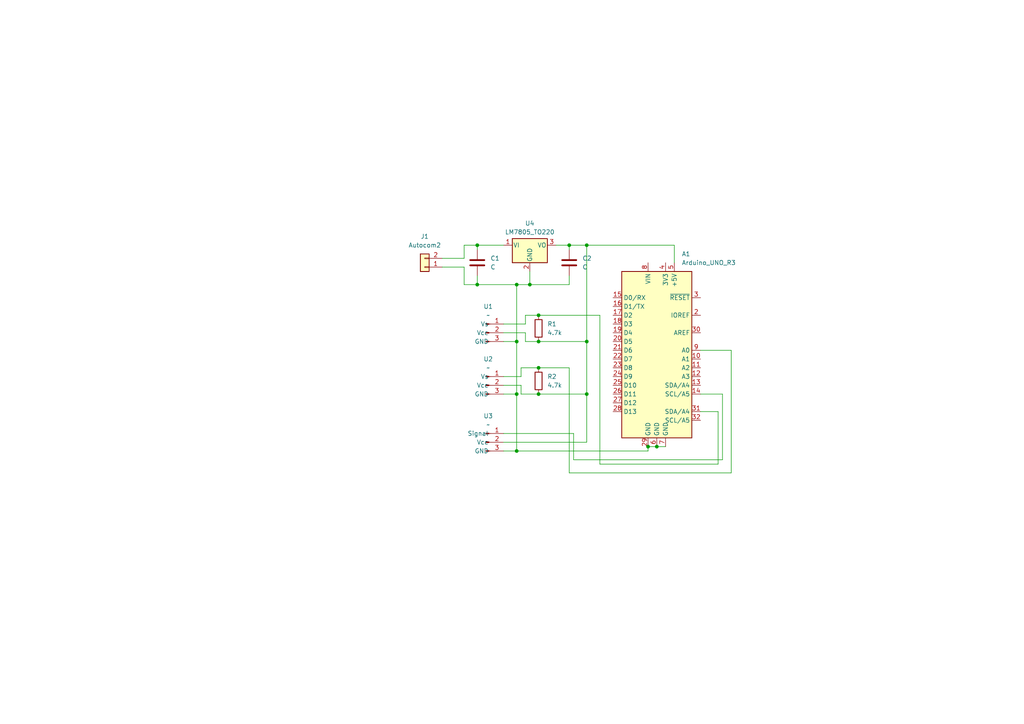
<source format=kicad_sch>
(kicad_sch (version 20250114) (generator "eeschema") (generator_version "9.0")
  (paper "A4")
  (lib_symbols
    (symbol "Device:R" (pin_numbers (hide yes)) (pin_names (offset 0))
      (property "Reference" "R" (at 2.032 0 90))
      (property "Value" "R" (at 0 0 90))
      (symbol "R_0_1"
        (rectangle (start -1.016 -2.54) (end 1.016 2.54) (stroke (width 0.254)))
      )
      (symbol "R_1_1"
        (pin passive line (at 0 3.81 270) (length 1.27) (name "~") (number "1"))
        (pin passive line (at 0 -3.81 90) (length 1.27) (name "~") (number "2"))
      )
    )
    (symbol "MCU_Module:Arduino_UNO_R3"
      (property "Reference" "A" (at -10.16 23.495 0))
      (property "Value" "Arduino_UNO_R3" (at 5.08 -26.67 0))
      (symbol "Arduino_UNO_R3_0_1"
        (rectangle (start -10.16 22.86) (end 10.16 -25.4) (stroke (width 0.254)) (fill (type background)))
      )
      (symbol "Arduino_UNO_R3_1_1"
        (pin bidirectional line (at -12.7 15.24 0) (length 2.54) (name "D0/RX") (number "15"))
        (pin bidirectional line (at -12.7 12.7 0) (length 2.54) (name "D1/TX") (number "16"))
        (pin bidirectional line (at -12.7 10.16 0) (length 2.54) (name "D2") (number "17"))
        (pin bidirectional line (at -12.7 7.62 0) (length 2.54) (name "D3") (number "18"))
        (pin bidirectional line (at -12.7 5.08 0) (length 2.54) (name "D4") (number "19"))
        (pin bidirectional line (at -12.7 2.54 0) (length 2.54) (name "D5") (number "20"))
        (pin bidirectional line (at -12.7 0 0) (length 2.54) (name "D6") (number "21"))
        (pin bidirectional line (at -12.7 -2.54 0) (length 2.54) (name "D7") (number "22"))
        (pin bidirectional line (at -12.7 -5.08 0) (length 2.54) (name "D8") (number "23"))
        (pin bidirectional line (at -12.7 -7.62 0) (length 2.54) (name "D9") (number "24"))
        (pin bidirectional line (at -12.7 -10.16 0) (length 2.54) (name "D10") (number "25"))
        (pin bidirectional line (at -12.7 -12.7 0) (length 2.54) (name "D11") (number "26"))
        (pin bidirectional line (at -12.7 -15.24 0) (length 2.54) (name "D12") (number "27"))
        (pin bidirectional line (at -12.7 -17.78 0) (length 2.54) (name "D13") (number "28"))
        (pin no_connect line (at -10.16 -20.32 0) (length 2.54) (hide yes) (name "NC") (number "1"))
        (pin power_in line (at -2.54 25.4 270) (length 2.54) (name "VIN") (number "8"))
        (pin power_in line (at -2.54 -27.94 90) (length 2.54) (name "GND") (number "29"))
        (pin power_in line (at 0 -27.94 90) (length 2.54) (name "GND") (number "6"))
        (pin power_out line (at 2.54 25.4 270) (length 2.54) (name "3V3") (number "4"))
        (pin power_in line (at 2.54 -27.94 90) (length 2.54) (name "GND") (number "7"))
        (pin power_out line (at 5.08 25.4 270) (length 2.54) (name "+5V") (number "5"))
        (pin input line (at 12.7 15.24 180) (length 2.54) (name "~{RESET}") (number "3"))
        (pin output line (at 12.7 10.16 180) (length 2.54) (name "IOREF") (number "2"))
        (pin input line (at 12.7 5.08 180) (length 2.54) (name "AREF") (number "30"))
        (pin bidirectional line (at 12.7 0 180) (length 2.54) (name "A0") (number "9"))
        (pin bidirectional line (at 12.7 -2.54 180) (length 2.54) (name "A1") (number "10"))
        (pin bidirectional line (at 12.7 -5.08 180) (length 2.54) (name "A2") (number "11"))
        (pin bidirectional line (at 12.7 -7.62 180) (length 2.54) (name "A3") (number "12"))
        (pin bidirectional line (at 12.7 -10.16 180) (length 2.54) (name "SDA/A4") (number "13"))
        (pin bidirectional line (at 12.7 -12.7 180) (length 2.54) (name "SCL/A5") (number "14"))
        (pin bidirectional line (at 12.7 -17.78 180) (length 2.54) (name "SDA/A4") (number "31"))
        (pin bidirectional line (at 12.7 -20.32 180) (length 2.54) (name "SCL/A5") (number "32"))
      )
    )
    (symbol "SymbGamelGe2_v8.0:Autocom2" (pin_names (offset 1.016) (hide yes))
      (property "Reference" "J" (at 0 2.54 0))
      (property "Value" "Autocom2" (at 0 -5.08 0))
      (symbol "Autocom2_1_1"
        (rectangle (start -1.27 1.27) (end 1.27 -3.81) (stroke (width 0.254)) (fill (type background)))
        (rectangle (start -1.27 0.127) (end 0 -0.127) (stroke (width 0.1524)))
        (rectangle (start -1.27 -2.413) (end 0 -2.667) (stroke (width 0.1524)))
        (pin passive line (at -5.08 0 0) (length 3.81) (name "Pin_1") (number "1"))
        (pin passive line (at -5.08 -2.54 0) (length 3.81) (name "Pin_2") (number "2"))
      )
    )
    (symbol "SymbGamelGe2_v8.0:C" (pin_numbers (hide yes)) (pin_names (offset 0.254))
      (property "Reference" "C" (at 0.635 2.54 0))
      (property "Value" "C" (at 0.635 -2.54 0))
      (symbol "C_0_1"
        (polyline (pts (xy -2.032 0.762) (xy 2.032 0.762)) (stroke (width 0.508)))
        (polyline (pts (xy -2.032 -0.762) (xy 2.032 -0.762)) (stroke (width 0.508)))
      )
      (symbol "C_1_1"
        (pin passive line (at 0 3.81 270) (length 2.794) (name "~") (number "1"))
        (pin passive line (at 0 -3.81 90) (length 2.794) (name "~") (number "2"))
      )
    )
    (symbol "SymbGamelGe2_v8.0:LM7805_TO220" (pin_names (offset 0.254))
      (property "Reference" "U" (at -3.81 3.175 0))
      (property "Value" "LM7805_TO220" (at 0 3.175 0))
      (symbol "LM7805_TO220_0_1"
        (rectangle (start -5.08 1.905) (end 5.08 -5.08) (stroke (width 0.254)) (fill (type background)))
      )
      (symbol "LM7805_TO220_1_1"
        (pin power_in line (at -7.62 0 0) (length 2.54) (name "VI") (number "1"))
        (pin power_in line (at 0 -7.62 90) (length 2.54) (name "GND") (number "2"))
        (pin power_out line (at 7.62 0 180) (length 2.54) (name "VO") (number "3"))
      )
    )
    (symbol "interfacage:50nk"
      (property "Reference" "U" (at 0 0 0))
      (symbol "50nk_1_1"
        (rectangle (start -1.6764 -2.413) (end -2.54 -2.667) (stroke (width 0.1524)) (fill (type outline)))
        (rectangle (start -1.6764 -4.953) (end -2.54 -5.207) (stroke (width 0.1524)) (fill (type outline)))
        (rectangle (start -1.6764 -7.493) (end -2.54 -7.747) (stroke (width 0.1524)) (fill (type outline)))
        (polyline (pts (xy -1.27 -2.54) (xy -1.6764 -2.54)) (stroke (width 0.1524)))
        (polyline (pts (xy -1.27 -5.08) (xy -1.6764 -5.08)) (stroke (width 0.1524)))
        (polyline (pts (xy -1.27 -7.62) (xy -1.6764 -7.62)) (stroke (width 0.1524)))
        (pin passive line (at 2.54 -2.54 180) (length 3.81) (name "Vs") (number "1"))
        (pin passive line (at 2.54 -5.08 180) (length 3.81) (name "Vcc") (number "2"))
        (pin passive line (at 2.54 -7.62 180) (length 3.81) (name "GND") (number "3"))
      )
    )
    (symbol "interfacage:hs322hd"
      (property "Reference" "U" (at 0 0 0))
      (symbol "hs322hd_1_1"
        (rectangle (start -1.6764 -2.413) (end -2.54 -2.667) (stroke (width 0.1524)) (fill (type outline)))
        (rectangle (start -1.6764 -4.953) (end -2.54 -5.207) (stroke (width 0.1524)) (fill (type outline)))
        (rectangle (start -1.6764 -7.493) (end -2.54 -7.747) (stroke (width 0.1524)) (fill (type outline)))
        (polyline (pts (xy -1.27 -2.54) (xy -1.6764 -2.54)) (stroke (width 0.1524)))
        (polyline (pts (xy -1.27 -5.08) (xy -1.6764 -5.08)) (stroke (width 0.1524)))
        (polyline (pts (xy -1.27 -7.62) (xy -1.6764 -7.62)) (stroke (width 0.1524)))
        (pin passive line (at 2.54 -2.54 180) (length 3.81) (name "Signal") (number "1"))
        (pin passive line (at 2.54 -5.08 180) (length 3.81) (name "Vcc") (number "2"))
        (pin passive line (at 2.54 -7.62 180) (length 3.81) (name "GND") (number "3"))
      )
    )
  )
  (junction (at 156.21 114.3))
  (junction (at 149.86 82.55))
  (junction (at 170.18 114.3))
  (junction (at 165.1 71.12))
  (junction (at 190.5 129.54))
  (junction (at 156.21 106.68))
  (junction (at 138.43 71.12))
  (junction (at 170.18 71.12))
  (junction (at 149.86 130.81))
  (junction (at 187.96 129.54))
  (junction (at 153.67 82.55))
  (junction (at 149.86 99.06))
  (junction (at 156.21 99.06))
  (junction (at 170.18 99.06))
  (junction (at 156.21 91.44))
  (junction (at 138.43 82.55))
  (junction (at 149.86 114.3))
  (wire (pts (xy 212.09 137.16) (xy 212.09 101.6)))
  (wire (pts (xy 152.4 93.98) (xy 152.4 91.44)))
  (wire (pts (xy 149.86 82.55) (xy 153.67 82.55)))
  (wire (pts (xy 165.1 137.16) (xy 212.09 137.16)))
  (wire (pts (xy 195.58 71.12) (xy 170.18 71.12)))
  (wire (pts (xy 146.05 111.76) (xy 151.13 111.76)))
  (wire (pts (xy 151.13 106.68) (xy 156.21 106.68)))
  (wire (pts (xy 138.43 72.39) (xy 138.43 71.12)))
  (wire (pts (xy 156.21 106.68) (xy 165.1 106.68)))
  (wire (pts (xy 138.43 80.01) (xy 138.43 82.55)))
  (wire (pts (xy 165.1 82.55) (xy 165.1 80.01)))
  (wire (pts (xy 165.1 106.68) (xy 165.1 137.16)))
  (wire (pts (xy 134.62 71.12) (xy 138.43 71.12)))
  (wire (pts (xy 128.27 77.47) (xy 134.62 77.47)))
  (wire (pts (xy 190.5 129.54) (xy 193.04 129.54)))
  (wire (pts (xy 170.18 99.06) (xy 170.18 114.3)))
  (wire (pts (xy 173.99 91.44) (xy 173.99 134.62)))
  (wire (pts (xy 209.55 114.3) (xy 203.2 114.3)))
  (wire (pts (xy 187.96 129.54) (xy 190.5 129.54)))
  (wire (pts (xy 212.09 101.6) (xy 203.2 101.6)))
  (wire (pts (xy 128.27 74.93) (xy 134.62 74.93)))
  (wire (pts (xy 153.67 82.55) (xy 165.1 82.55)))
  (wire (pts (xy 166.37 125.73) (xy 166.37 133.35)))
  (wire (pts (xy 146.05 96.52) (xy 152.4 96.52)))
  (wire (pts (xy 151.13 111.76) (xy 151.13 114.3)))
  (wire (pts (xy 152.4 99.06) (xy 156.21 99.06)))
  (wire (pts (xy 153.67 78.74) (xy 153.67 82.55)))
  (wire (pts (xy 146.05 114.3) (xy 149.86 114.3)))
  (wire (pts (xy 152.4 91.44) (xy 156.21 91.44)))
  (wire (pts (xy 156.21 99.06) (xy 170.18 99.06)))
  (wire (pts (xy 134.62 82.55) (xy 138.43 82.55)))
  (wire (pts (xy 146.05 125.73) (xy 166.37 125.73)))
  (wire (pts (xy 138.43 71.12) (xy 146.05 71.12)))
  (wire (pts (xy 149.86 114.3) (xy 149.86 130.81)))
  (wire (pts (xy 146.05 99.06) (xy 149.86 99.06)))
  (wire (pts (xy 149.86 130.81) (xy 187.96 130.81)))
  (wire (pts (xy 208.28 119.38) (xy 203.2 119.38)))
  (wire (pts (xy 156.21 91.44) (xy 173.99 91.44)))
  (wire (pts (xy 161.29 71.12) (xy 165.1 71.12)))
  (wire (pts (xy 208.28 134.62) (xy 208.28 119.38)))
  (wire (pts (xy 165.1 71.12) (xy 165.1 72.39)))
  (wire (pts (xy 151.13 109.22) (xy 151.13 106.68)))
  (wire (pts (xy 146.05 130.81) (xy 149.86 130.81)))
  (wire (pts (xy 138.43 82.55) (xy 149.86 82.55)))
  (wire (pts (xy 209.55 133.35) (xy 209.55 114.3)))
  (wire (pts (xy 146.05 128.27) (xy 170.18 128.27)))
  (wire (pts (xy 173.99 134.62) (xy 208.28 134.62)))
  (wire (pts (xy 166.37 133.35) (xy 209.55 133.35)))
  (wire (pts (xy 146.05 93.98) (xy 152.4 93.98)))
  (wire (pts (xy 149.86 82.55) (xy 149.86 99.06)))
  (wire (pts (xy 146.05 109.22) (xy 151.13 109.22)))
  (wire (pts (xy 156.21 114.3) (xy 170.18 114.3)))
  (wire (pts (xy 149.86 99.06) (xy 149.86 114.3)))
  (wire (pts (xy 134.62 74.93) (xy 134.62 71.12)))
  (wire (pts (xy 195.58 76.2) (xy 195.58 71.12)))
  (wire (pts (xy 170.18 71.12) (xy 170.18 99.06)))
  (wire (pts (xy 165.1 71.12) (xy 170.18 71.12)))
  (wire (pts (xy 187.96 130.81) (xy 187.96 129.54)))
  (wire (pts (xy 152.4 96.52) (xy 152.4 99.06)))
  (wire (pts (xy 151.13 114.3) (xy 156.21 114.3)))
  (wire (pts (xy 170.18 114.3) (xy 170.18 128.27)))
  (wire (pts (xy 134.62 77.47) (xy 134.62 82.55)))
  (symbol (lib_id "Device:R") (at 156.21 110.49 0) (unit 1)
    (property "Reference" "R2" (at 158.75 109.2199 0) (effects (justify left)))
    (property "Value" "4.7k" (at 158.75 111.7599 0) (effects (justify left)))
    (property "Footprint" "Resistor_THT:R_Axial_DIN0207_L6.3mm_D2.5mm_P10.16mm_Horizontal" (effects (hide yes)))
    (property "Description" "Resistor" (effects (hide yes)))
  )
  (symbol (lib_id "SymbGamelGe2_v8.0:C") (at 165.1 76.2 0) (unit 1)
    (property "Reference" "C2" (at 168.91 74.9299 0) (effects (justify left)))
    (property "Value" "C" (at 168.91 77.4699 0) (effects (justify left)))
    (property "Footprint" "FootprintGamelGe2_v8.0:C_Rect_L7.0mm_W2.5mm_P5.00mm" (effects (hide yes)))
    (property "Description" "Unpolarized capacitor" (effects (hide yes)))
  )
  (symbol (lib_id "MCU_Module:Arduino_UNO_R3") (at 190.5 101.6 0) (unit 1)
    (property "Reference" "A1" (at 197.7233 73.66 0) (effects (justify left)))
    (property "Value" "Arduino_UNO_R3" (at 197.7233 76.2 0) (effects (justify left)))
    (property "Footprint" "Module:Arduino_UNO_R3" (effects (hide yes)))
    (property "Datasheet" "https://www.arduino.cc/en/Main/arduinoBoardUno" (effects (hide yes)))
    (property "Description" "Arduino UNO Microcontroller Module, release 3" (effects (hide yes)))
  )
  (symbol (lib_id "Device:R") (at 156.21 95.25 0) (unit 1)
    (property "Reference" "R1" (at 158.75 93.9799 0) (effects (justify left)))
    (property "Value" "4.7k" (at 158.75 96.5199 0) (effects (justify left)))
    (property "Footprint" "Resistor_THT:R_Axial_DIN0207_L6.3mm_D2.5mm_P10.16mm_Horizontal" (effects (hide yes)))
    (property "Description" "Resistor" (effects (hide yes)))
  )
  (symbol (lib_id "SymbGamelGe2_v8.0:LM7805_TO220") (at 153.67 71.12 0) (unit 1)
    (property "Reference" "U4" (at 153.67 64.77 0))
    (property "Value" "LM7805_TO220" (at 153.67 67.31 0))
    (property "Footprint" "FootprintGamelGe2_v8.0:TO-220-3_Horizontal_TabDown" (effects (hide yes)))
    (property "Datasheet" "http://www.fairchildsemi.com/ds/LM/LM7805.pdf" (effects (hide yes)))
    (property "Description" "Positive 1A 35V Linear Regulator, Fixed Output 5V, TO-220" (effects (hide yes)))
  )
  (symbol (lib_id "SymbGamelGe2_v8.0:Autocom2") (at 123.19 77.47 180) (unit 1)
    (property "Reference" "J1" (at 123.19 68.58 0))
    (property "Value" "Autocom2" (at 123.19 71.12 0))
    (property "Footprint" "FootprintGamelGe2_v8.0:Autocom2" (effects (hide yes)))
    (property "Description" "Autocom HE14 connector, single row, 01x02" (effects (hide yes)))
  )
  (symbol (lib_id "interfacage:50nk") (at 143.51 106.68 0) (unit 1)
    (property "Reference" "U2" (at 141.605 104.14 0))
    (property "Value" "~" (at 141.605 106.68 0))
    (property "Footprint" "Connector_PinHeader_2.54mm:PinHeader_1x03_P2.54mm_Horizontal" (effects (hide yes)))
  )
  (symbol (lib_id "SymbGamelGe2_v8.0:C") (at 138.43 76.2 0) (unit 1)
    (property "Reference" "C1" (at 142.24 74.9299 0) (effects (justify left)))
    (property "Value" "C" (at 142.24 77.4699 0) (effects (justify left)))
    (property "Footprint" "FootprintGamelGe2_v8.0:C_Rect_L7.0mm_W2.5mm_P5.00mm" (effects (hide yes)))
    (property "Description" "Unpolarized capacitor" (effects (hide yes)))
  )
  (symbol (lib_id "interfacage:50nk") (at 143.51 91.44 0) (unit 1)
    (property "Reference" "U1" (at 141.605 88.9 0))
    (property "Value" "~" (at 141.605 91.44 0))
    (property "Footprint" "Connector_PinHeader_2.54mm:PinHeader_1x03_P2.54mm_Horizontal" (effects (hide yes)))
  )
  (symbol (lib_id "interfacage:hs322hd") (at 143.51 123.19 0) (unit 1)
    (property "Reference" "U3" (at 141.605 120.65 0))
    (property "Value" "~" (at 141.605 123.19 0))
    (property "Footprint" "Connector_PinHeader_2.54mm:PinHeader_1x03_P2.54mm_Horizontal" (effects (hide yes)))
  )
)
</source>
